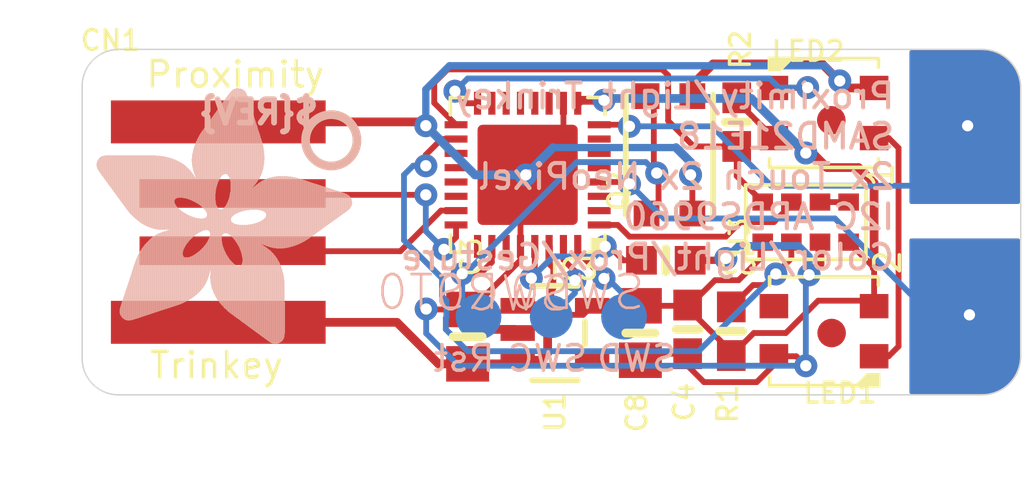
<source format=kicad_pcb>
(kicad_pcb (version 20221018) (generator pcbnew)
  (layers (0 "F.Cu" signal) (31 "B.Cu" signal) (34 "B.Paste" user) (35 "F.Paste" user) (36 "B.SilkS" user "B.Silkscreen") (37 "F.SilkS" user "F.Silkscreen") (38 "B.Mask" user) (39 "F.Mask" user) (44 "Edge.Cuts" user))
  (net 0 "")
  (net 1 "GND")
  (net 2 "D-")
  (net 3 "D+")
  (net 4 "VBUS")
  (net 5 "~{RESET}")
  (net 6 "3.3V")
  (net 7 "SWCLK")
  (net 8 "SWDIO")
  (net 9 "VDDCORE1")
  (net 10 "TOUCH2")
  (net 11 "TOUCH1")
  (net 12 "NEOPIX")
  (net 13 "SCL")
  (net 14 "SDA")
  (net 15 "INT")
  (net 16 "N$4")
  (net 17 "N$1")
  (footprint "working:0603-NO" (layer "F.Cu") (at 154.78135 108.813644 -90)
    (fp_text reference "R1" (at 1.778 0.127 90) (layer "F.SilkS") (effects (font (size 0.692831 0.692831) (thickness 0.119969)) (justify right)))
    (fp_text value "4.7K")
    (pad "1" smd rect (at -0.85 0 270) (size 1.075 1) (layers "F.Cu" "F.Paste" "F.Mask") (net 13 "SCL"))
    (pad "2" smd rect (at 0.85 0 270) (size 1.075 1) (layers "F.Cu" "F.Paste" "F.Mask") (net 6 "3.3V"))
  )
  (footprint "working:0603-NO" (layer "F.Cu") (at 154.97185 101.511144 90)
    (fp_text reference "R2" (at 1.778 0.127 90) (layer "F.SilkS") (effects (font (size 0.692831 0.692831) (thickness 0.119969)) (justify left)))
    (fp_text value "4.7K")
    (pad "1" smd rect (at -0.85 0 90) (size 1.075 1) (layers "F.Cu" "F.Paste" "F.Mask") (net 14 "SDA"))
    (pad "2" smd rect (at 0.85 0 90) (size 1.075 1) (layers "F.Cu" "F.Paste" "F.Mask") (net 6 "3.3V"))
  )
  (footprint "working:FIDUCIAL_1MM" (layer "F.Cu") (at 158.27385 101.447644)
    (fp_text reference "FID1" hide)
    (fp_text value "FIDUCIAL_1MM" hide)
    (pad "1" smd roundrect (at 0 0) (size 1 1) (layers "F.Cu" "F.Mask") (roundrect_rratio 0.5))
  )
  (footprint "working:0805-NO" (layer "F.Cu") (at 145.57385 109.004144 90)
    (fp_text reference "C3" (at 2.032 0.127 90) (layer "F.SilkS") (effects (font (size 0.692831 0.692831) (thickness 0.119969)) (justify left)))
    (fp_text value "10uF")
    (pad "1" smd rect (at -0.95 0 90) (size 1.24 1.5) (layers "F.Cu" "F.Paste" "F.Mask") (net 4 "VBUS"))
    (pad "2" smd rect (at 0.95 0 90) (size 1.24 1.5) (layers "F.Cu" "F.Paste" "F.Mask") (net 1 "GND"))
  )
  (footprint "working:0805-NO" (layer "F.Cu") (at 151.60635 108.877144 -90)
    (fp_text reference "C8" (at 2.032 0.127 90) (layer "F.SilkS") (effects (font (size 0.692831 0.692831) (thickness 0.119969)) (justify right)))
    (fp_text value "10uF")
    (pad "1" smd rect (at -0.95 0 270) (size 1.24 1.5) (layers "F.Cu" "F.Paste" "F.Mask") (net 6 "3.3V"))
    (pad "2" smd rect (at 0.95 0 270) (size 1.24 1.5) (layers "F.Cu" "F.Paste" "F.Mask") (net 1 "GND"))
  )
  (footprint "working:0603-NO" (layer "F.Cu") (at 153.25735 108.750144 -90)
    (fp_text reference "C4" (at 1.778 0.127 90) (layer "F.SilkS") (effects (font (size 0.692831 0.692831) (thickness 0.119969)) (justify right)))
    (fp_text value "1uF")
    (pad "1" smd rect (at -0.85 0 270) (size 1.075 1) (layers "F.Cu" "F.Paste" "F.Mask") (net 6 "3.3V"))
    (pad "2" smd rect (at 0.85 0 270) (size 1.075 1) (layers "F.Cu" "F.Paste" "F.Mask") (net 1 "GND"))
  )
  (footprint "working:QFN32_5MM" (layer "F.Cu") (at 147.66935 103.352644 180)
    (fp_text reference "IC3" (at -2.54 -3.298) (layer "F.SilkS") (effects (font (size 0.692831 0.692831) (thickness 0.119969)) (justify right)))
    (fp_text value "ATSAMD21E")
    (pad "1" smd rect (at -2.5 -1.75 270) (size 0.25 0.8) (layers "F.Cu" "F.Paste") (net 15 "INT"))
    (pad "2" smd rect (at -2.5 -1.25 270) (size 0.25 0.8) (layers "F.Cu" "F.Paste"))
    (pad "3" smd rect (at -2.5 -0.75 270) (size 0.25 0.8) (layers "F.Cu" "F.Paste"))
    (pad "4" smd rect (at -2.5 -0.25 270) (size 0.25 0.8) (layers "F.Cu" "F.Paste") (net 10 "TOUCH2"))
    (pad "5" smd rect (at -2.5 0.25 270) (size 0.25 0.8) (layers "F.Cu" "F.Paste"))
    (pad "6" smd rect (at -2.5 0.75 270) (size 0.25 0.8) (layers "F.Cu" "F.Paste"))
    (pad "7" smd rect (at -2.5 1.25 270) (size 0.25 0.8) (layers "F.Cu" "F.Paste"))
    (pad "8" smd rect (at -2.5 1.75 270) (size 0.25 0.8) (layers "F.Cu" "F.Paste") (net 11 "TOUCH1"))
    (pad "9" smd rect (at -1.75 2.5) (size 0.25 0.8) (layers "F.Cu" "F.Paste") (net 6 "3.3V"))
    (pad "10" smd rect (at -1.25 2.5) (size 0.25 0.8) (layers "F.Cu" "F.Paste") (net 1 "GND"))
    (pad "11" smd rect (at -0.75 2.5) (size 0.25 0.8) (layers "F.Cu" "F.Paste"))
    (pad "12" smd rect (at -0.25 2.5) (size 0.25 0.8) (layers "F.Cu" "F.Paste"))
    (pad "13" smd rect (at 0.25 2.5) (size 0.25 0.8) (layers "F.Cu" "F.Paste"))
    (pad "14" smd rect (at 0.75 2.5) (size 0.25 0.8) (layers "F.Cu" "F.Paste"))
    (pad "15" smd rect (at 1.25 2.5) (size 0.25 0.8) (layers "F.Cu" "F.Paste"))
    (pad "16" smd rect (at 1.75 2.5) (size 0.25 0.8) (layers "F.Cu" "F.Paste") (net 12 "NEOPIX"))
    (pad "17" smd rect (at 2.5 1.75 90) (size 0.25 0.8) (layers "F.Cu" "F.Paste") (net 14 "SDA"))
    (pad "18" smd rect (at 2.5 1.25 90) (size 0.25 0.8) (layers "F.Cu" "F.Paste") (net 13 "SCL"))
    (pad "19" smd rect (at 2.5 0.75 90) (size 0.25 0.8) (layers "F.Cu" "F.Paste"))
    (pad "20" smd rect (at 2.5 0.25 90) (size 0.25 0.8) (layers "F.Cu" "F.Paste"))
    (pad "21" smd rect (at 2.5 -0.25 90) (size 0.25 0.8) (layers "F.Cu" "F.Paste"))
    (pad "22" smd rect (at 2.5 -0.75 90) (size 0.25 0.8) (layers "F.Cu" "F.Paste"))
    (pad "23" smd rect (at 2.5 -1.25 90) (size 0.25 0.8) (layers "F.Cu" "F.Paste") (net 2 "D-"))
    (pad "24" smd rect (at 2.5 -1.75 90) (size 0.25 0.8) (layers "F.Cu" "F.Paste") (net 3 "D+"))
    (pad "25" smd rect (at 1.75 -2.5 180) (size 0.25 0.8) (layers "F.Cu" "F.Paste"))
    (pad "26" smd rect (at 1.25 -2.5 180) (size 0.25 0.8) (layers "F.Cu" "F.Paste") (net 5 "~{RESET}"))
    (pad "27" smd rect (at 0.75 -2.5 180) (size 0.25 0.8) (layers "F.Cu" "F.Paste"))
    (pad "28" smd rect (at 0.25 -2.5 180) (size 0.25 0.8) (layers "F.Cu" "F.Paste") (net 1 "GND"))
    (pad "29" smd rect (at -0.25 -2.5 180) (size 0.25 0.8) (layers "F.Cu" "F.Paste") (net 9 "VDDCORE1"))
    (pad "30" smd rect (at -0.75 -2.5 180) (size 0.25 0.8) (layers "F.Cu" "F.Paste") (net 6 "3.3V"))
    (pad "31" smd rect (at -1.25 -2.5 180) (size 0.25 0.8) (layers "F.Cu" "F.Paste") (net 7 "SWCLK"))
    (pad "32" smd rect (at -1.75 -2.5 180) (size 0.25 0.8) (layers "F.Cu" "F.Paste") (net 8 "SWDIO"))
    (pad "33" smd roundrect (at 0 0 180) (size 3.5 3.5) (layers "F.Cu" "F.Mask") (roundrect_rratio 0.05) (net 1 "GND"))
  )
  (footprint "working:LED3535" (layer "F.Cu") (at 158.01985 108.813644 180)
    (fp_text reference "LED1" (at -1.905 -2.159) (layer "F.SilkS") (effects (font (size 0.692831 0.692831) (thickness 0.119969)) (justify right)))
    (fp_text value "WS2812B3535")
    (pad "1" smd rect (at -1.75 -0.875 270) (size 0.85 1) (layers "F.Cu" "F.Paste" "F.Mask") (net 17 "N$1"))
    (pad "2" smd rect (at -1.75 0.875 270) (size 0.85 1) (layers "F.Cu" "F.Paste" "F.Mask") (net 6 "3.3V"))
    (pad "3" smd rect (at 1.75 0.875 270) (size 0.85 1) (layers "F.Cu" "F.Paste" "F.Mask"))
    (pad "4" smd rect (at 1.75 -0.875 270) (size 0.85 1) (layers "F.Cu" "F.Paste" "F.Mask") (net 1 "GND"))
  )
  (footprint "working:APDS-9960" (layer "F.Cu") (at 157.38485 105.003644 90)
    (fp_text reference "U3" (at -1.3 -2.3 90) (layer "F.SilkS") (effects (font (size 0.692831 0.692831) (thickness 0.119969)) (justify left)))
    (fp_text value "APDS-9960")
    (pad "1" smd rect (at 0.7 -1.505 90) (size 0.6 0.72) (layers "F.Cu" "F.Paste" "F.Mask") (net 14 "SDA"))
    (pad "2" smd rect (at 0.7 -0.505 90) (size 0.6 0.72) (layers "F.Cu" "F.Paste" "F.Mask") (net 15 "INT"))
    (pad "3" smd rect (at 0.7 0.495 90) (size 0.6 0.72) (layers "F.Cu" "F.Paste" "F.Mask") (net 16 "N$4"))
    (pad "4" smd rect (at 0.7 1.495 90) (size 0.6 0.72) (layers "F.Cu" "F.Paste" "F.Mask") (net 16 "N$4"))
    (pad "5" smd rect (at -0.7 1.495 90) (size 0.6 0.72) (layers "F.Cu" "F.Paste" "F.Mask") (net 6 "3.3V"))
    (pad "6" smd rect (at -0.7 0.495 90) (size 0.6 0.72) (layers "F.Cu" "F.Paste" "F.Mask") (net 1 "GND"))
    (pad "7" smd rect (at -0.7 -0.505 90) (size 0.6 0.72) (layers "F.Cu" "F.Paste" "F.Mask") (net 13 "SCL"))
    (pad "8" smd rect (at -0.7 -1.505 90) (size 0.6 0.72) (layers "F.Cu" "F.Paste" "F.Mask") (net 6 "3.3V"))
  )
  (footprint "working:LED3535" (layer "F.Cu") (at 158.01985 101.193644)
    (fp_text reference "LED2" (at -1.905 -2.159) (layer "F.SilkS") (effects (font (size 0.692831 0.692831) (thickness 0.119969)) (justify left)))
    (fp_text value "WS2812B3535")
    (pad "1" smd rect (at -1.75 -0.875 90) (size 0.85 1) (layers "F.Cu" "F.Paste" "F.Mask") (net 12 "NEOPIX"))
    (pad "2" smd rect (at -1.75 0.875 90) (size 0.85 1) (layers "F.Cu" "F.Paste" "F.Mask") (net 6 "3.3V"))
    (pad "3" smd rect (at 1.75 0.875 90) (size 0.85 1) (layers "F.Cu" "F.Paste" "F.Mask") (net 17 "N$1"))
    (pad "4" smd rect (at 1.75 -0.875 90) (size 0.85 1) (layers "F.Cu" "F.Paste" "F.Mask") (net 1 "GND"))
  )
  (footprint "working:0603-NO" (layer "F.Cu") (at 152.49535 106.337144)
    (fp_text reference "C5" (at 1.778 0.127) (layer "F.SilkS") (effects (font (size 0.692831 0.692831) (thickness 0.119969)) (justify left)))
    (fp_text value "1uF")
    (pad "1" smd rect (at -0.85 0) (size 1.075 1) (layers "F.Cu" "F.Paste" "F.Mask") (net 9 "VDDCORE1"))
    (pad "2" smd rect (at 0.85 0) (size 1.075 1) (layers "F.Cu" "F.Paste" "F.Mask") (net 1 "GND"))
  )
  (footprint "working:SOT23-5" (layer "F.Cu") (at 148.62185 108.877144 -90)
    (fp_text reference "U1" (at 1.978 0 90) (layer "F.SilkS") (effects (font (size 0.692831 0.692831) (thickness 0.119969)) (justify right)))
    (fp_text value "AP2112K-3.3")
    (pad "1" smd rect (at -0.95 1.3001 270) (size 0.55 1.2) (layers "F.Cu" "F.Paste" "F.Mask") (net 4 "VBUS"))
    (pad "2" smd rect (at 0 1.3001 270) (size 0.55 1.2) (layers "F.Cu" "F.Paste" "F.Mask") (net 1 "GND"))
    (pad "3" smd rect (at 0.95 1.3001 270) (size 0.55 1.2) (layers "F.Cu" "F.Paste" "F.Mask") (net 4 "VBUS"))
    (pad "4" smd rect (at 0.95 -1.3001 270) (size 0.55 1.2) (layers "F.Cu" "F.Paste" "F.Mask"))
    (pad "5" smd rect (at -0.95 -1.3001 270) (size 0.55 1.2) (layers "F.Cu" "F.Paste" "F.Mask") (net 6 "3.3V"))
  )
  (footprint "working:FIDUCIAL_1MM" (layer "F.Cu") (at 158.28655 108.877144)
    (fp_text reference "FID2" hide)
    (fp_text value "FIDUCIAL_1MM" hide)
    (pad "1" smd roundrect (at 0 0) (size 1 1) (layers "F.Cu" "F.Mask") (roundrect_rratio 0.5))
  )
  (footprint "working:USBA_PCB" (layer "F.Cu") (at 137.06485 105.003644)
    (fp_text reference "CN1" (at -5.08 -6.35) (layer "F.SilkS") (effects (font (size 0.692831 0.692831) (thickness 0.119969)) (justify left)))
    (fp_text value "USB A")
    (pad "GND" smd rect (at -0.2 -3.5) (size 7.5 1.5) (layers "F.Cu" "F.Mask") (net 1 "GND"))
    (pad "USB_NEG" smd rect (at 0.3 1) (size 6.5 1) (layers "F.Cu" "F.Mask") (net 2 "D-"))
    (pad "USB_PLUS" smd rect (at 0.3 -1) (size 6.5 1) (layers "F.Cu" "F.Mask") (net 3 "D+"))
    (pad "VCC" smd rect (at -0.2 3.5) (size 7.5 1.5) (layers "F.Cu" "F.Mask") (net 4 "VBUS"))
  )
  (footprint "working:BTN_KMR2_4.6X2.8" (layer "F.Cu") (at 152.62235 102.654144 90)
    (fp_text reference "Q2" (at -2.032 -1.778 90) (layer "F.SilkS") (effects (font (size 0.692831 0.692831) (thickness 0.119969)) (justify left)))
    (fp_text value "reset")
    (pad "A" smd rect (at 2.05 -0.8 90) (size 0.9 0.9) (layers "F.Cu" "F.Paste" "F.Mask") (net 5 "~{RESET}"))
    (pad "A'" smd rect (at -2.05 -0.8 90) (size 0.9 0.9) (layers "F.Cu" "F.Paste" "F.Mask") (net 5 "~{RESET}"))
    (pad "B" smd rect (at 2.05 0.8 90) (size 0.9 0.9) (layers "F.Cu" "F.Paste" "F.Mask") (net 1 "GND"))
    (pad "B'" smd rect (at -2.05 0.8 90) (size 0.9 0.9) (layers "F.Cu" "F.Paste" "F.Mask") (net 1 "GND"))
  )
  (footprint "working:TP16R" (layer "B.Cu") (at 151.03485 108.305644 180)
    (fp_text reference "SWD0" (at -0.8001 0.8499) (layer "B.SilkS") (effects (font (size 1.176528 1.176528) (thickness 0.093472)) (justify left mirror)))
    (fp_text value "TPTP16R")
    (pad "TP" smd roundrect (at 0 0 180) (size 1.6 1.6) (layers "B.Cu" "B.Mask") (roundrect_rratio 0.5) (net 8 "SWDIO"))
  )
  (footprint "working:TESTPOINT_ROUND_1.5MM_NO" (layer "B.Cu") (at 163.16335 109.956644 180)
    (fp_text reference "TP1" hide)
    (fp_text value "" hide)
    (pad "P$1" smd roundrect (at 0 0 180) (size 1.5 1.5) (layers "B.Cu" "B.Mask") (roundrect_rratio 0.5) (net 10 "TOUCH2"))
  )
  (footprint "working:TP15R" (layer "B.Cu") (at 148.49485 108.305644 180)
    (fp_text reference "SWC0" (at -0.7501 0.8001) (layer "B.SilkS") (effects (font (size 1.176528 1.176528) (thickness 0.093472)) (justify left mirror)))
    (fp_text value "TPTP15R")
    (pad "TP" smd roundrect (at 0 0 180) (size 1.5 1.5) (layers "B.Cu" "B.Mask") (roundrect_rratio 0.5) (net 7 "SWCLK"))
  )
  (footprint "working:PCBFEAT-REV-040" (layer "B.Cu") (at 140.81135 102.146144)
    (fp_text reference "U$8" hide)
    (fp_text value "" hide)
    (fp_text user "${REV}" (at -0.3556 -0.508 180) (layer "B.SilkS") (effects (font (size 0.8128 0.8128) (thickness 0.2032)) (justify left bottom mirror)))
  )
  (footprint "working:TP16R" (layer "B.Cu") (at 145.95485 108.305644 180)
    (fp_text reference "RST0" (at -0.8001 0.8499) (layer "B.SilkS") (effects (font (size 1.176528 1.176528) (thickness 0.093472)) (justify left mirror)))
    (fp_text value "TPTP16R")
    (pad "TP" smd roundrect (at 0 0 180) (size 1.6 1.6) (layers "B.Cu" "B.Mask") (roundrect_rratio 0.5) (net 5 "~{RESET}"))
  )
  (footprint "working:TESTPOINT_ROUND_1.5MM_NO" (layer "B.Cu") (at 163.09985 100.114144 180)
    (fp_text reference "TP2" hide)
    (fp_text value "" hide)
    (pad "P$1" smd roundrect (at 0 0 180) (size 1.5 1.5) (layers "B.Cu" "B.Mask") (roundrect_rratio 0.5) (net 11 "TOUCH1"))
  )
  (footprint "working:ADAFRUIT_9MM" (layer "B.Cu") (at 132.61985 109.258144 90)
    (fp_text reference "U$10" hide)
    (fp_text value "" hide)
  )
  (gr_line (start 164.89035 100.321226) (end 164.89035 109.686144) (stroke (width 0.05)) (layer "Edge.Cuts"))
  (gr_arc (start 132.11185 100.241144) (mid 132.498824 99.336905) (end 133.41185 98.971144) (stroke (width 0.05)) (layer "Edge.Cuts"))
  (gr_arc (start 164.89035 109.686144) (mid 164.494944 110.640738) (end 163.54035 111.036144) (stroke (width 0.05)) (layer "Edge.Cuts"))
  (gr_line (start 132.11185 109.766144) (end 132.11185 100.241144) (stroke (width 0.05)) (layer "Edge.Cuts"))
  (gr_arc (start 133.38185 111.036144) (mid 132.483824 110.66417) (end 132.11185 109.766144) (stroke (width 0.05)) (layer "Edge.Cuts"))
  (gr_arc (start 163.540268 98.971144) (mid 164.49492 99.366574) (end 164.89035 100.321226) (stroke (width 0.05)) (layer "Edge.Cuts"))
  (gr_line (start 163.54035 111.036144) (end 133.38185 111.036144) (stroke (width 0.05)) (layer "Edge.Cuts"))
  (gr_line (start 133.41185 98.971144) (end 163.540268 98.971144) (stroke (width 0.05)) (layer "Edge.Cuts"))
  (gr_text "Rst" (at 145.44685 109.766144) (layer "B.SilkS") (effects (font (size 0.89408 0.89408) (thickness 0.12192)) (justify mirror)))
  (gr_text "SWD" (at 151.47935 109.766144) (layer "B.SilkS") (effects (font (size 0.89408 0.89408) (thickness 0.12192)) (justify mirror)))
  (gr_text "SWC" (at 148.36785 109.766144) (layer "B.SilkS") (effects (font (size 0.89408 0.89408) (thickness 0.12192)) (justify mirror)))
  (gr_text "Proximity/Light Trinkey\nSAMD21E18\n2x Touch 2x NeoPixel\nI2C APDS9960\nColor/Light/Prox/Gesture" (at 160.55985 103.416144) (layer "B.SilkS") (effects (font (size 0.87376 0.87376) (thickness 0.14224)) (justify left mirror)))
  (gr_text "Trinkey" (at 134.39785 110.528144) (layer "F.SilkS") (effects (font (size 0.89408 0.89408) (thickness 0.12192)) (justify left bottom)))
  (gr_text "2" (at 160.24235 106.400644 90) (layer "F.SilkS") (effects (font (size 0.89408 0.89408) (thickness 0.12192))))
  (gr_text "Proximity" (at 134.27085 100.368144) (layer "F.SilkS") (effects (font (size 0.89408 0.89408) (thickness 0.12192)) (justify left bottom)))
  (gr_text "1" (at 159.98835 103.352644 90) (layer "F.SilkS") (effects (font (size 0.89408 0.89408) (thickness 0.12192))))
  (segment (start 151.60635 109.827144) (end 151.83335 109.600144) (width 0.2032) (layer "F.Cu") (net 1))
  (segment (start 144.11335 101.636394) (end 143.9806 101.503644) (width 0.3048) (layer "F.Cu") (net 1))
  (segment (start 154.59085 106.273644) (end 154.52735 106.337144) (width 0.254) (layer "F.Cu") (net 1))
  (segment (start 158.65485 100.155763) (end 158.65485 100.177648) (width 0.254) (layer "F.Cu") (net 1))
  (segment (start 153.25735 109.600144) (end 151.83335 109.600144) (width 0.2032) (layer "F.Cu") (net 1))
  (segment (start 159.76985 100.318644) (end 158.79585 100.318644) (width 0.3048) (layer "F.Cu") (net 1))
  (segment (start 147.66935 103.352644) (end 147.669343 103.352651) (width 0.254) (layer "F.Cu") (net 1))
  (segment (start 148.91935 100.852644) (end 148.91935 102.102644) (width 0.2032) (layer "F.Cu") (net 1))
  (segment (start 143.9806 101.503644) (end 136.86485 101.503644) (width 0.3048) (layer "F.Cu") (net 1))
  (segment (start 157.95635 99.479144) (end 154.14635 99.479144) (width 0.3048) (layer "F.Cu") (net 1))
  (segment (start 156.26985 109.992144) (end 155.67035 110.591644) (width 0.2032) (layer "F.Cu") (net 1))
  (segment (start 147.605843 103.352651) (end 147.41935 103.539144) (width 0.2032) (layer "F.Cu") (net 1))
  (segment (start 158.40085 99.923644) (end 157.95635 99.479144) (width 0.3048) (layer "F.Cu") (net 1))
  (segment (start 157.38485 110.020144) (end 157.384846 110.020144) (width 0.254) (layer "F.Cu") (net 1))
  (segment (start 157.87985 105.703644) (end 157.87985 106.464144) (width 0.3048) (layer "F.Cu") (net 1))
  (segment (start 147.669343 103.352651) (end 147.605843 103.352651) (width 0.254) (layer "F.Cu") (net 1))
  (segment (start 157.384846 110.020144) (end 157.289596 109.924894) (width 0.254) (layer "F.Cu") (net 1))
  (segment (start 144.12605 108.038944) (end 144.14125 108.054144) (width 0.2032) (layer "F.Cu") (net 1))
  (segment (start 156.36885 109.688644) (end 157.053346 109.688644) (width 0.2032) (layer "F.Cu") (net 1))
  (segment (start 147.19475 108.750144) (end 147.32175 108.877144) (width 0.3048) (layer "F.Cu") (net 1))
  (segment (start 146.26985 108.750144) (end 147.19475 108.750144) (width 0.3048) (layer "F.Cu") (net 1))
  (segment (start 147.41935 105.852644) (end 147.41935 106.333144) (width 0.2032) (layer "F.Cu") (net 1))
  (segment (start 145.57385 108.054144) (end 145.69835 108.054144) (width 0.254) (layer "F.Cu") (net 1))
  (segment (start 158.57054 100.071454) (end 158.548659 100.071454) (width 0.254) (layer "F.Cu") (net 1))
  (segment (start 156.26985 109.829644) (end 156.26985 109.992144) (width 0.2032) (layer "F.Cu") (net 1))
  (segment (start 154.14635 99.479144) (end 153.42235 100.203144) (width 0.3048) (layer "F.Cu") (net 1))
  (segment (start 145.19285 108.054144) (end 144.14125 108.054144) (width 0.2032) (layer "F.Cu") (net 1))
  (segment (start 145.57385 108.054144) (end 145.8901 108.370394) (width 0.254) (layer "F.Cu") (net 1))
  (segment (start 153.42235 100.203144) (end 153.42235 100.604144) (width 0.3048) (layer "F.Cu") (net 1))
  (segment (start 157.49885 106.845144) (end 157.87985 106.464144) (width 0.3048) (layer "F.Cu") (net 1))
  (segment (start 154.52735 106.337144) (end 153.34535 106.337144) (width 0.254) (layer "F.Cu") (net 1))
  (segment (start 145.95485 107.797644) (end 147.41935 106.333144) (width 0.2032) (layer "F.Cu") (net 1))
  (segment (start 153.25735 110.020144) (end 153.25735 109.600144) (width 0.2032) (layer "F.Cu") (net 1))
  (segment (start 156.26985 109.688644) (end 156.26985 109.829644) (width 0.254) (layer "F.Cu") (net 1))
  (segment (start 145.69835 108.054144) (end 145.95485 107.797644) (width 0.254) (layer "F.Cu") (net 1))
  (segment (start 153.35885 103.352644) (end 153.42235 103.416144) (width 0.2032) (layer "F.Cu") (net 1))
  (segment (start 147.41935 105.852644) (end 147.41935 103.539144) (width 0.2032) (layer "F.Cu") (net 1))
  (segment (start 156.26985 109.688644) (end 156.36885 109.688644) (width 0.254) (layer "F.Cu") (net 1))
  (segment (start 148.91935 102.102644) (end 147.66935 103.352644) (width 0.2032) (layer "F.Cu") (net 1))
  (segment (start 158.57054 100.071454) (end 158.65485 100.155763) (width 0.254) (layer "F.Cu") (net 1))
  (segment (start 153.42235 103.416144) (end 153.42235 104.704144) (width 0.2032) (layer "F.Cu") (net 1))
  (segment (start 153.82885 110.591644) (end 153.25735 110.020144) (width 0.2032) (layer "F.Cu") (net 1))
  (segment (start 158.79585 100.318644) (end 158.40085 99.923644) (width 0.3048) (layer "F.Cu") (net 1))
  (segment (start 145.57385 108.054144) (end 145.19285 108.054144) (width 0.254) (layer "F.Cu") (net 1))
  (segment (start 145.8901 108.370394) (end 146.26985 108.750144) (width 0.3048) (layer "F.Cu") (net 1))
  (segment (start 155.67035 110.591644) (end 153.82885 110.591644) (width 0.2032) (layer "F.Cu") (net 1))
  (segment (start 158.548659 100.071454) (end 158.40085 99.923644) (width 0.254) (layer "F.Cu") (net 1))
  (segment (start 147.66935 103.352644) (end 147.60585 103.352644) (width 0.254) (layer "F.Cu") (net 1))
  (segment (start 157.053346 109.688644) (end 157.289596 109.924894) (width 0.2032) (layer "F.Cu") (net 1))
  (via (at 147.60585 103.352644) (size 0.8001) (drill 0.3937) (layers "F.Cu" "B.Cu") (net 1))
  (via (at 144.12605 108.038944) (size 0.8001) (drill 0.3937) (layers "F.Cu" "B.Cu") (net 1))
  (via (at 157.38485 110.020144) (size 0.8001) (drill 0.3937) (layers "F.Cu" "B.Cu") (net 1))
  (via (at 158.57054 100.071454) (size 0.8001) (drill 0.3937) (layers "F.Cu" "B.Cu") (net 1))
  (via (at 153.35885 103.352644) (size 0.8001) (drill 0.3937) (layers "F.Cu" "B.Cu") (net 1))
  (via (at 144.11335 101.636394) (size 0.8001) (drill 0.3937) (layers "F.Cu" "B.Cu") (net 1))
  (via (at 154.59085 106.273644) (size 0.8001) (drill 0.3937) (layers "F.Cu" "B.Cu") (net 1))
  (via (at 157.49885 106.845144) (size 0.8001) (drill 0.3937) (layers "F.Cu" "B.Cu") (net 1))
  (segment (start 145.25635 110.020144) (end 144.12605 108.889844) (width 0.2032) (layer "B.Cu") (net 1))
  (segment (start 157.13085 110.020144) (end 145.25635 110.020144) (width 0.2032) (layer "B.Cu") (net 1))
  (segment (start 158.570537 100.071454) (end 158.041731 99.542644) (width 0.254) (layer "B.Cu") (net 1))
  (segment (start 144.11335 101.636394) (end 144.11335 100.368144) (width 0.254) (layer "B.Cu") (net 1))
  (segment (start 157.38485 106.959144) (end 157.49885 106.845144) (width 0.2032) (layer "B.Cu") (net 1))
  (segment (start 158.57054 100.071454) (end 158.570537 100.071454) (width 0.254) (layer "B.Cu") (net 1))
  (segment (start 153.35885 102.908144) (end 152.85085 102.400144) (width 0.3048) (layer "B.Cu") (net 1))
  (segment (start 148.55835 102.400144) (end 152.85085 102.400144) (width 0.254) (layer "B.Cu") (net 1))
  (segment (start 147.60585 103.352644) (end 147.22485 103.352644) (width 0.254) (layer "B.Cu") (net 1))
  (segment (start 154.59085 106.273644) (end 155.03535 105.829144) (width 0.254) (layer "B.Cu") (net 1))
  (segment (start 147.22485 103.352644) (end 145.8296 103.352644) (width 0.3048) (layer "B.Cu") (net 1))
  (segment (start 157.498846 106.19714) (end 157.49885 106.845144) (width 0.254) (layer "B.Cu") (net 1))
  (segment (start 157.130853 105.829144) (end 157.498846 106.19714) (width 0.254) (layer "B.Cu") (net 1))
  (segment (start 157.38485 110.020144) (end 157.13085 110.020144) (width 0.254) (layer "B.Cu") (net 1))
  (segment (start 157.38485 109.829644) (end 157.38485 106.959144) (width 0.2032) (layer "B.Cu") (net 1))
  (segment (start 144.12605 108.889844) (end 144.12605 108.038944) (width 0.2032) (layer "B.Cu") (net 1))
  (segment (start 147.60585 103.352644) (end 147.73285 103.225644) (width 0.254) (layer "B.Cu") (net 1))
  (segment (start 144.93885 99.542644) (end 144.11335 100.368144) (width 0.254) (layer "B.Cu") (net 1))
  (segment (start 147.73285 103.225644) (end 148.55835 102.400144) (width 0.3048) (layer "B.Cu") (net 1))
  (segment (start 157.130853 105.829144) (end 155.03535 105.829144) (width 0.254) (layer "B.Cu") (net 1))
  (segment (start 157.38485 110.020144) (end 157.38485 109.829644) (width 0.254) (layer "B.Cu") (net 1))
  (segment (start 144.93885 99.542644) (end 158.041731 99.542644) (width 0.254) (layer "B.Cu") (net 1))
  (segment (start 153.35885 102.908144) (end 153.35885 103.352644) (width 0.3048) (layer "B.Cu") (net 1))
  (segment (start 145.8296 103.352644) (end 144.11335 101.636394) (width 0.3048) (layer "B.Cu") (net 1))
  (segment (start 143.224353 106.019637) (end 137.380846 106.01964) (width 0.2032) (layer "F.Cu") (net 2))
  (segment (start 144.64135 104.602644) (end 143.224353 106.019637) (width 0.2032) (layer "F.Cu") (net 2))
  (segment (start 137.380846 106.01964) (end 137.36485 106.003644) (width 0.2032) (layer "F.Cu") (net 2))
  (segment (start 145.16935 104.602644) (end 144.64135 104.602644) (width 0.2032) (layer "F.Cu") (net 2))
  (segment (start 145.16935 105.102644) (end 145.16935 105.535144) (width 0.2032) (layer "F.Cu") (net 3))
  (segment (start 145.16935 105.535144) (end 144.74835 105.956144) (width 0.2032) (layer "F.Cu") (net 3))
  (segment (start 138.14435 104.051144) (end 138.08085 103.987644) (width 0.2032) (layer "F.Cu") (net 3))
  (segment (start 137.38085 103.987644) (end 137.36485 104.003644) (width 0.2032) (layer "F.Cu") (net 3))
  (segment (start 144.11295 104.051144) (end 143.92285 104.051144) (width 0.254) (layer "F.Cu") (net 3))
  (segment (start 138.08085 103.987644) (end 137.38085 103.987644) (width 0.2032) (layer "F.Cu") (net 3))
  (segment (start 143.92285 104.051144) (end 138.14435 104.051144) (width 0.2032) (layer "F.Cu") (net 3))
  (via (at 144.74835 105.956144) (size 0.8001) (drill 0.3937) (layers "F.Cu" "B.Cu") (net 3))
  (via (at 144.11295 104.051144) (size 0.8001) (drill 0.3937) (layers "F.Cu" "B.Cu") (net 3))
  (segment (start 144.74835 105.956144) (end 144.11295 105.320744) (width 0.2032) (layer "B.Cu") (net 3))
  (segment (start 144.11295 105.320744) (end 144.11295 104.051144) (width 0.2032) (layer "B.Cu") (net 3))
  (segment (start 147.32175 109.827144) (end 147.47885 109.827144) (width 0.254) (layer "F.Cu") (net 4))
  (segment (start 143.10485 108.503644) (end 144.55535 109.954144) (width 0.3048) (layer "F.Cu") (net 4))
  (segment (start 147.32175 109.827144) (end 147.19475 109.954144) (width 0.254) (layer "F.Cu") (net 4))
  (segment (start 147.19475 109.954144) (end 145.57385 109.954144) (width 0.3048) (layer "F.Cu") (net 4))
  (segment (start 148.36785 109.575644) (end 148.36785 108.242144) (width 0.3048) (layer "F.Cu") (net 4))
  (segment (start 144.55535 109.954144) (end 145.57385 109.954144) (width 0.3048) (layer "F.Cu") (net 4))
  (segment (start 148.05285 107.927144) (end 147.32175 107.927144) (width 0.3048) (layer "F.Cu") (net 4))
  (segment (start 147.47885 109.827144) (end 148.11635 109.827144) (width 0.3048) (layer "F.Cu") (net 4))
  (segment (start 148.11635 109.827144) (end 148.36785 109.575644) (width 0.3048) (layer "F.Cu") (net 4))
  (segment (start 148.36785 108.242144) (end 148.05285 107.927144) (width 0.3048) (layer "F.Cu") (net 4))
  (segment (start 136.86485 108.503644) (end 143.10485 108.503644) (width 0.3048) (layer "F.Cu") (net 4))
  (segment (start 152.17785 103.289144) (end 152.24135 103.352644) (width 0.2032) (layer "F.Cu") (net 5))
  (segment (start 146.41935 106.404244) (end 146.01835 106.805244) (width 0.2032) (layer "F.Cu") (net 5))
  (segment (start 151.82235 104.704144) (end 152.24135 104.285144) (width 0.2032) (layer "F.Cu") (net 5))
  (segment (start 152.07635 103.289144) (end 152.17785 103.289144) (width 0.2032) (layer "F.Cu") (net 5))
  (segment (start 152.24135 103.352644) (end 152.24135 104.285144) (width 0.2032) (layer "F.Cu") (net 5))
  (segment (start 151.82235 100.604144) (end 152.07635 100.858144) (width 0.2032) (layer "F.Cu") (net 5))
  (segment (start 152.07635 100.858144) (end 152.07635 103.289144) (width 0.2032) (layer "F.Cu") (net 5))
  (segment (start 146.41935 105.852644) (end 146.41935 106.404244) (width 0.2032) (layer "F.Cu") (net 5))
  (segment (start 145.38335 106.805244) (end 146.01835 106.805244) (width 0.2032) (layer "F.Cu") (net 5))
  (via (at 145.38335 106.805244) (size 0.8001) (drill 0.3937) (layers "F.Cu" "B.Cu") (net 5))
  (via (at 152.17785 103.289144) (size 0.8001) (drill 0.3937) (layers "F.Cu" "B.Cu") (net 5))
  (segment (start 151.79685 102.908144) (end 149.38385 102.908144) (width 0.2032) (layer "B.Cu") (net 5))
  (segment (start 145.38335 107.734144) (end 145.38335 106.805244) (width 0.2032) (layer "B.Cu") (net 5))
  (segment (start 145.38335 106.805244) (end 145.48675 106.805244) (width 0.2032) (layer "B.Cu") (net 5))
  (segment (start 145.95485 108.305644) (end 145.38335 107.734144) (width 0.254) (layer "B.Cu") (net 5))
  (segment (start 145.48675 106.805244) (end 149.38385 102.908144) (width 0.2032) (layer "B.Cu") (net 5))
  (segment (start 151.79685 102.908144) (end 152.17785 103.289144) (width 0.2032) (layer "B.Cu") (net 5))
  (segment (start 155.87985 105.635119) (end 155.87985 105.703644) (width 0.2032) (layer "F.Cu") (net 6))
  (segment (start 148.49485 107.388669) (end 148.49485 107.670644) (width 0.2032) (layer "F.Cu") (net 6))
  (segment (start 157.38485 102.590644) (end 157.32135 102.590644) (width 0.254) (layer "F.Cu") (net 6))
  (segment (start 158.12535 103.098644) (end 159.22635 103.098644) (width 0.3048) (layer "F.Cu") (net 6))
  (segment (start 148.565743 106.60685) (end 148.565743 107.317775) (width 0.2032) (layer "F.Cu") (net 6))
  (segment (start 157.38485 102.590644) (end 157.44835 102.654144) (width 0.3048) (layer "F.Cu") (net 6))
  (segment (start 149.52285 100.749144) (end 150.33635 100.749144) (width 0.3048) (layer "F.Cu") (net 6))
  (segment (start 159.76985 103.642144) (end 159.76985 106.593644) (width 0.3048) (layer "F.Cu") (net 6))
  (segment (start 148.565743 107.317775) (end 148.49485 107.388669) (width 0.2032) (layer "F.Cu") (net 6))
  (segment (start 155.56785 108.877144) (end 156.68635 108.877144) (width 0.2032) (layer "F.Cu") (net 6))
  (segment (start 156.68635 108.877144) (end 157.81535 107.748144) (width 0.2032) (layer "F.Cu") (net 6))
  (segment (start 155.800875 105.571619) (end 155.737375 105.635119) (width 0.2032) (layer "F.Cu") (net 6))
  (segment (start 155.800875 105.571619) (end 155.800875 106.270119) (width 0.2032) (layer "F.Cu") (net 6))
  (segment (start 153.25735 108.004594) (end 153.25735 107.900144) (width 0.2032) (layer "F.Cu") (net 6))
  (segment (start 149.06635 108.242144) (end 149.60695 108.242144) (width 0.2032) (layer "F.Cu") (net 6))
  (segment (start 159.22635 103.098644) (end 159.76985 103.642144) (width 0.3048) (layer "F.Cu") (net 6))
  (segment (start 154.78135 109.528594) (end 153.25735 108.004594) (width 0.2032) (layer "F.Cu") (net 6))
  (segment (start 154.97185 100.770644) (end 156.26985 102.068644) (width 0.2032) (layer "F.Cu") (net 6))
  (segment (start 148.49485 107.670644) (end 149.06635 108.242144) (width 0.2032) (layer "F.Cu") (net 6))
  (segment (start 155.800875 106.270119) (end 155.038875 107.032119) (width 0.2032) (layer "F.Cu") (net 6))
  (segment (start 154.78135 109.663644) (end 155.56785 108.877144) (width 0.2032) (layer "F.Cu") (net 6))
  (segment (start 154.97185 100.661144) (end 154.97185 100.770644) (width 0.2032) (layer "F.Cu") (net 6))
  (segment (start 149.41935 100.852644) (end 149.52285 100.749144) (width 0.3048) (layer "F.Cu") (net 6))
  (segment (start 159.57935 107.748144) (end 159.76985 107.938644) (width 0.2032) (layer "F.Cu") (net 6))
  (segment (start 153.23035 107.927144) (end 153.25735 107.900144) (width 0.2032) (layer "F.Cu") (net 6))
  (segment (start 156.26985 102.068644) (end 156.32635 102.125144) (width 0.3048) (layer "F.Cu") (net 6))
  (segment (start 154.78135 109.663644) (end 154.78135 109.528594) (width 0.2032) (layer "F.Cu") (net 6))
  (segment (start 153.25735 107.900144) (end 153.34535 107.900144) (width 0.2032) (layer "F.Cu") (net 6))
  (segment (start 157.32135 102.590644) (end 156.85585 102.125144) (width 0.254) (layer "F.Cu") (net 6))
  (segment (start 148.41935 106.424544) (end 148.41935 106.460456) (width 0.2032) (layer "F.Cu") (net 6))
  (segment (start 148.41935 106.460456) (end 148.565743 106.60685) (width 0.2032) (layer "F.Cu") (net 6))
  (segment (start 156.85585 102.125144) (end 156.32635 102.125144) (width 0.3048) (layer "F.Cu") (net 6))
  (segment (start 157.81535 107.748144) (end 159.57935 107.748144) (width 0.2032) (layer "F.Cu") (net 6))
  (segment (start 158.12535 103.098644) (end 157.68085 102.654144) (width 0.3048) (layer "F.Cu") (net 6))
  (segment (start 159.76985 106.593644) (end 159.76985 107.938644) (width 0.2032) (layer "F.Cu") (net 6))
  (segment (start 157.68085 102.654144) (end 157.44835 102.654144) (width 0.3048) (layer "F.Cu") (net 6))
  (segment (start 154.213375 107.032119) (end 155.038875 107.032119) (width 0.2032) (layer "F.Cu") (net 6))
  (segment (start 155.737375 105.635119) (end 155.87985 105.635119) (width 0.2032) (layer "F.Cu") (net 6))
  (segment (start 154.213375 107.032119) (end 153.34535 107.900144) (width 0.2032) (layer "F.Cu") (net 6))
  (segment (start 148.41935 105.852644) (end 148.41935 106.424544) (width 0.254) (layer "F.Cu") (net 6))
  (segment (start 149.60695 108.242144) (end 149.92195 107.927144) (width 0.2032) (layer "F.Cu") (net 6))
  (segment (start 149.92195 107.927144) (end 151.60635 107.927144) (width 0.3048) (layer "F.Cu") (net 6))
  (segment (start 158.87985 105.703644) (end 159.76985 106.593644) (width 0.2032) (layer "F.Cu") (net 6))
  (segment (start 151.60635 107.927144) (end 153.23035 107.927144) (width 0.2032) (layer "F.Cu") (net 6))
  (via (at 150.33635 100.749144) (size 0.8001) (drill 0.3937) (layers "F.Cu" "B.Cu") (net 6))
  (via (at 157.38485 102.590644) (size 0.8001) (drill 0.3937) (layers "F.Cu" "B.Cu") (net 6))
  (segment (start 155.47985 100.685644) (end 157.38485 102.590644) (width 0.3048) (layer "B.Cu") (net 6))
  (segment (start 150.33635 100.749144) (end 150.39985 100.685644) (width 0.3048) (layer "B.Cu") (net 6))
  (segment (start 155.47985 100.685644) (end 150.39985 100.685644) (width 0.3048) (layer "B.Cu") (net 6))
  (segment (start 149.32035 106.718144) (end 149.32035 107.035644) (width 0.2032) (layer "F.Cu") (net 7))
  (segment (start 148.91935 105.852644) (end 148.91935 106.317144) (width 0.2032) (layer "F.Cu") (net 7))
  (segment (start 149.32035 106.718144) (end 148.91935 106.317144) (width 0.2032) (layer "F.Cu") (net 7))
  (via (at 149.32035 107.035644) (size 0.8001) (drill 0.3937) (layers "F.Cu" "B.Cu") (net 7))
  (segment (start 149.32035 107.480144) (end 148.49485 108.305644) (width 0.2032) (layer "B.Cu") (net 7))
  (segment (start 149.32035 107.035644) (end 149.32035 107.480144) (width 0.2032) (layer "B.Cu") (net 7))
  (segment (start 150.33635 106.960144) (end 149.41935 106.043144) (width 0.2032) (layer "F.Cu") (net 8))
  (segment (start 150.33635 106.972144) (end 150.33635 106.960144) (width 0.2032) (layer "F.Cu") (net 8))
  (segment (start 149.41935 105.852644) (end 149.41935 106.043144) (width 0.2032) (layer "F.Cu") (net 8))
  (via (at 150.33635 106.972144) (size 0.8001) (drill 0.3937) (layers "F.Cu" "B.Cu") (net 8))
  (segment (start 150.33635 106.972144) (end 150.46335 106.972144) (width 0.2032) (layer "B.Cu") (net 8))
  (segment (start 151.03485 107.543644) (end 150.46335 106.972144) (width 0.2032) (layer "B.Cu") (net 8))
  (segment (start 151.03485 107.543644) (end 151.03485 108.305644) (width 0.2032) (layer "B.Cu") (net 8))
  (segment (start 151.01035 106.337144) (end 150.525443 105.852237) (width 0.2032) (layer "F.Cu") (net 9))
  (segment (start 147.91935 106.840356) (end 147.79739 106.962315) (width 0.2032) (layer "F.Cu") (net 9))
  (segment (start 151.64535 106.337144) (end 151.01035 106.337144) (width 0.2032) (layer "F.Cu") (net 9))
  (segment (start 150.525443 105.852237) (end 150.378631 105.852237) (width 0.2032) (layer "F.Cu") (net 9))
  (segment (start 147.91935 105.852644) (end 147.91935 106.840356) (width 0.2032) (layer "F.Cu") (net 9))
  (via (at 147.79739 106.962315) (size 0.8001) (drill 0.3937) (layers "F.Cu" "B.Cu") (net 9))
  (via (at 150.378631 105.852237) (size 0.8001) (drill 0.3937) (layers "F.Cu" "B.Cu") (net 9))
  (segment (start 150.030553 106.200315) (end 150.378631 105.852237) (width 0.2032) (layer "B.Cu") (net 9))
  (segment (start 150.030553 106.200315) (end 148.55939 106.200315) (width 0.2032) (layer "B.Cu") (net 9))
  (segment (start 147.79739 106.962315) (end 148.55939 106.200315) (width 0.2032) (layer "B.Cu") (net 9))
  (segment (start 150.16935 103.602644) (end 151.15785 103.602644) (width 0.2032) (layer "F.Cu") (net 10))
  (segment (start 151.15785 103.602644) (end 151.22535 103.670144) (width 0.2032) (layer "F.Cu") (net 10))
  (via (at 163.09985 108.242144) (size 0.8001) (drill 0.3937) (layers "F.Cu" "B.Cu") (net 10))
  (via (at 151.22535 103.670144) (size 0.8001) (drill 0.3937) (layers "F.Cu" "B.Cu") (net 10))
  (segment (start 161.702853 108.178644) (end 163.099846 108.178644) (width 0.2032) (layer "B.Cu") (net 10))
  (segment (start 152.43185 104.876644) (end 158.40085 104.876644) (width 0.2032) (layer "B.Cu") (net 10))
  (segment (start 158.40085 104.876644) (end 161.702853 108.178644) (width 0.2032) (layer "B.Cu") (net 10))
  (segment (start 152.43185 104.876644) (end 151.22535 103.670144) (width 0.2032) (layer "B.Cu") (net 10))
  (segment (start 151.1706 101.602644) (end 151.22535 101.657394) (width 0.2032) (layer "F.Cu") (net 11))
  (segment (start 150.16935 101.602644) (end 151.1706 101.602644) (width 0.2032) (layer "F.Cu") (net 11))
  (via (at 151.22535 101.657394) (size 0.8001) (drill 0.3937) (layers "F.Cu" "B.Cu") (net 11))
  (via (at 163.03635 101.638144) (size 0.8001) (drill 0.3937) (layers "F.Cu" "B.Cu") (net 11))
  (segment (start 156.17835 103.733644) (end 161.194853 103.733641) (width 0.2032) (layer "B.Cu") (net 11))
  (segment (start 154.1021 101.657394) (end 156.17835 103.733644) (width 0.2032) (layer "B.Cu") (net 11))
  (segment (start 161.194853 103.733641) (end 162.591846 102.336648) (width 0.2032) (layer "B.Cu") (net 11))
  (segment (start 151.22535 101.657394) (end 154.1021 101.657394) (width 0.2032) (layer "B.Cu") (net 11))
  (segment (start 157.43435 100.318644) (end 157.44835 100.304644) (width 0.2032) (layer "F.Cu") (net 12))
  (segment (start 145.91935 100.852644) (end 145.55035 100.852644) (width 0.2032) (layer "F.Cu") (net 12))
  (segment (start 145.55035 100.852644) (end 145.12935 100.431644) (width 0.2032) (layer "F.Cu") (net 12))
  (segment (start 156.26985 100.318644) (end 157.43435 100.318644) (width 0.2032) (layer "F.Cu") (net 12))
  (via (at 145.12935 100.431644) (size 0.8001) (drill 0.3937) (layers "F.Cu" "B.Cu") (net 12))
  (via (at 157.44835 100.304644) (size 0.8001) (drill 0.3937) (layers "F.Cu" "B.Cu") (net 12))
  (segment (start 156.126431 99.987144) (end 145.57385 99.987144) (width 0.2032) (layer "B.Cu") (net 12))
  (segment (start 145.57385 99.987144) (end 145.12935 100.431644) (width 0.2032) (layer "B.Cu") (net 12))
  (segment (start 156.443931 100.304644) (end 156.126431 99.987144) (width 0.2032) (layer "B.Cu") (net 12))
  (segment (start 157.44835 100.304644) (end 156.443931 100.304644) (width 0.2032) (layer "B.Cu") (net 12))
  (segment (start 155.9561 107.201644) (end 155.54335 107.201644) (width 0.2032) (layer "F.Cu") (net 13))
  (segment (start 156.87985 105.703644) (end 156.87985 106.270644) (width 0.2032) (layer "F.Cu") (net 13))
  (segment (start 156.3371 106.813394) (end 156.87985 106.270644) (width 0.2032) (layer "F.Cu") (net 13))
  (segment (start 144.66135 102.102644) (end 144.11335 102.650644) (width 0.2032) (layer "F.Cu") (net 13))
  (segment (start 144.11335 103.035144) (end 144.11335 102.650644) (width 0.2032) (layer "F.Cu") (net 13))
  (segment (start 154.78135 107.963644) (end 155.54335 107.201644) (width 0.2032) (layer "F.Cu") (net 13))
  (segment (start 156.3371 106.813394) (end 155.9561 107.194394) (width 0.2032) (layer "F.Cu") (net 13))
  (segment (start 155.9561 107.194394) (end 155.9561 107.201644) (width 0.2032) (layer "F.Cu") (net 13))
  (segment (start 145.16935 102.102644) (end 144.66135 102.102644) (width 0.2032) (layer "F.Cu") (net 13))
  (via (at 156.3371 106.813394) (size 0.8001) (drill 0.3937) (layers "F.Cu" "B.Cu") (net 13))
  (via (at 144.11335 103.035144) (size 0.8001) (drill 0.3937) (layers "F.Cu" "B.Cu") (net 13))
  (segment (start 144.81185 108.349956) (end 144.81185 108.750144) (width 0.2032) (layer "B.Cu") (net 13))
  (segment (start 144.8309 107.746981) (end 144.8309 108.330906) (width 0.2032) (layer "B.Cu") (net 13))
  (segment (start 144.6785 107.594581) (end 144.8309 107.746981) (width 0.2032) (layer "B.Cu") (net 13))
  (segment (start 144.81185 108.750144) (end 145.57385 109.512144) (width 0.2032) (layer "B.Cu") (net 13))
  (segment (start 144.11335 103.035144) (end 143.66885 103.035144) (width 0.2032) (layer "B.Cu") (net 13))
  (segment (start 144.8309 108.330906) (end 144.81185 108.349956) (width 0.2032) (layer "B.Cu") (net 13))
  (segment (start 145.57385 109.512144) (end 153.63835 109.512144) (width 0.2032) (layer "B.Cu") (net 13))
  (segment (start 143.35135 103.352644) (end 143.35135 105.638644) (width 0.2032) (layer "B.Cu") (net 13))
  (segment (start 144.6785 106.965794) (end 144.6785 107.594581) (width 0.2032) (layer "B.Cu") (net 13))
  (segment (start 143.66885 103.035144) (end 143.35135 103.352644) (width 0.2032) (layer "B.Cu") (net 13))
  (segment (start 143.35135 105.638644) (end 144.6785 106.965794) (width 0.2032) (layer "B.Cu") (net 13))
  (segment (start 153.63835 109.512144) (end 156.3371 106.813394) (width 0.2032) (layer "B.Cu") (net 13))
  (segment (start 144.40735 100.137644) (end 144.40735 100.840644) (width 0.2032) (layer "F.Cu") (net 14))
  (segment (start 145.16935 101.602644) (end 144.40735 100.840644) (width 0.2032) (layer "F.Cu") (net 14))
  (segment (start 152.57715 99.878444) (end 152.57715 101.465944) (width 0.2032) (layer "F.Cu") (net 14))
  (segment (start 152.36835 99.669644) (end 152.57715 99.878444) (width 0.2032) (layer "F.Cu") (net 14))
  (segment (start 144.40735 100.137644) (end 144.87535 99.669644) (width 0.2032) (layer "F.Cu") (net 14))
  (segment (start 153.47235 102.361144) (end 154.97185 102.361144) (width 0.2032) (layer "F.Cu") (net 14))
  (segment (start 154.97185 102.361144) (end 154.97185 103.395644) (width 0.2032) (layer "F.Cu") (net 14))
  (segment (start 154.97185 103.395644) (end 155.87985 104.303644) (width 0.2032) (layer "F.Cu") (net 14))
  (segment (start 152.57715 101.465944) (end 153.47235 102.361144) (width 0.2032) (layer "F.Cu") (net 14))
  (segment (start 144.87535 99.669644) (end 152.36835 99.669644) (width 0.2032) (layer "F.Cu") (net 14))
  (segment (start 150.81635 105.102644) (end 151.22535 105.511644) (width 0.2032) (layer "F.Cu") (net 15))
  (segment (start 151.22535 105.511644) (end 154.59085 105.511644) (width 0.2032) (layer "F.Cu") (net 15))
  (segment (start 154.59085 105.511644) (end 155.09885 105.003644) (width 0.2032) (layer "F.Cu") (net 15))
  (segment (start 156.87985 104.394694) (end 156.2709 105.003644) (width 0.2032) (layer "F.Cu") (net 15))
  (segment (start 155.09885 105.003644) (end 156.2709 105.003644) (width 0.2032) (layer "F.Cu") (net 15))
  (segment (start 156.87985 104.394694) (end 156.87985 104.303644) (width 0.2032) (layer "F.Cu") (net 15))
  (segment (start 150.16935 105.102644) (end 150.81635 105.102644) (width 0.2032) (layer "F.Cu") (net 15))
  (segment (start 158.87985 104.303644) (end 157.87985 104.303644) (width 0.2032) (layer "F.Cu") (net 16))
  (segment (start 160.62335 102.414144) (end 160.27785 102.068644) (width 0.2032) (layer "F.Cu") (net 17))
  (segment (start 160.62335 102.414144) (end 160.62335 109.34314) (width 0.2032) (layer "F.Cu") (net 17))
  (segment (start 159.76985 102.068644) (end 160.27785 102.068644) (width 0.2032) (layer "F.Cu") (net 17))
  (segment (start 160.27785 109.688644) (end 159.76985 109.688644) (width 0.2032) (layer "F.Cu") (net 17))
  (segment (start 160.62335 109.34314) (end 160.27785 109.688644) (width 0.2032) (layer "F.Cu") (net 17))
  (zone (net 11) (net_name "TOUCH1") (layer "F.Cu") (priority 6) (connect_pads (clearance 0.000001)) (min_thickness 0.127) (fill yes (thermal_gap 0.304) (thermal_bridge_width 0.304))
    (polygon (pts (xy 165.00485 104.368644) (xy 161.00435 104.368644) (xy 161.00435 98.844144) (xy 165.00485 98.844144)))
  )
  (zone (net 10) (net_name "TOUCH2") (layer "F.Cu") (priority 6) (connect_pads (clearance 0.000001)) (min_thickness 0.127) (fill yes (thermal_gap 0.304) (thermal_bridge_width 0.304))
    (polygon (pts (xy 165.00485 111.163144) (xy 161.00435 111.163144) (xy 161.00435 105.575144) (xy 165.00485 105.575144)))
  )
  (zone (net 11) (net_name "TOUCH1") (layer "B.Cu") (priority 6) (connect_pads yes (clearance 0.000001)) (min_thickness 0.127) (fill yes (thermal_gap 0.5) (thermal_bridge_width 0.5))
    (polygon (pts (xy 165.00485 104.368644) (xy 161.00435 104.368644) (xy 161.00435 98.844144) (xy 165.00485 98.844144)))
  )
  (zone (net 10) (net_name "TOUCH2") (layer "B.Cu") (priority 6) (connect_pads yes (clearance 0.000001)) (min_thickness 0.127) (fill yes (thermal_gap 0.5) (thermal_bridge_width 0.5))
    (polygon (pts (xy 165.00485 111.099644) (xy 161.00435 111.099644) (xy 161.00435 105.575144) (xy 165.00485 105.575144)))
  )
)
</source>
